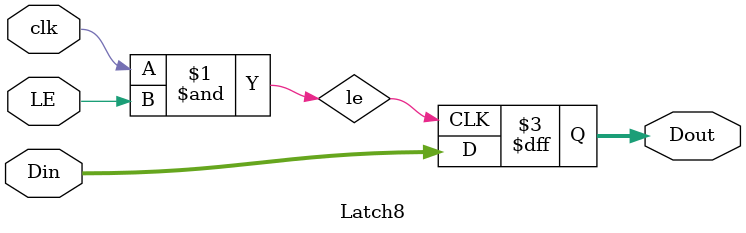
<source format=v>
module Latch8(Din,clk,LE,Dout);
input [7:0] Din;
input clk,LE;
output [7:0] Dout;
reg [7:0] Dout;
wire le;

assign le= clk & LE;

always @(posedge le)
  Dout <= Din;
  
endmodule
</source>
